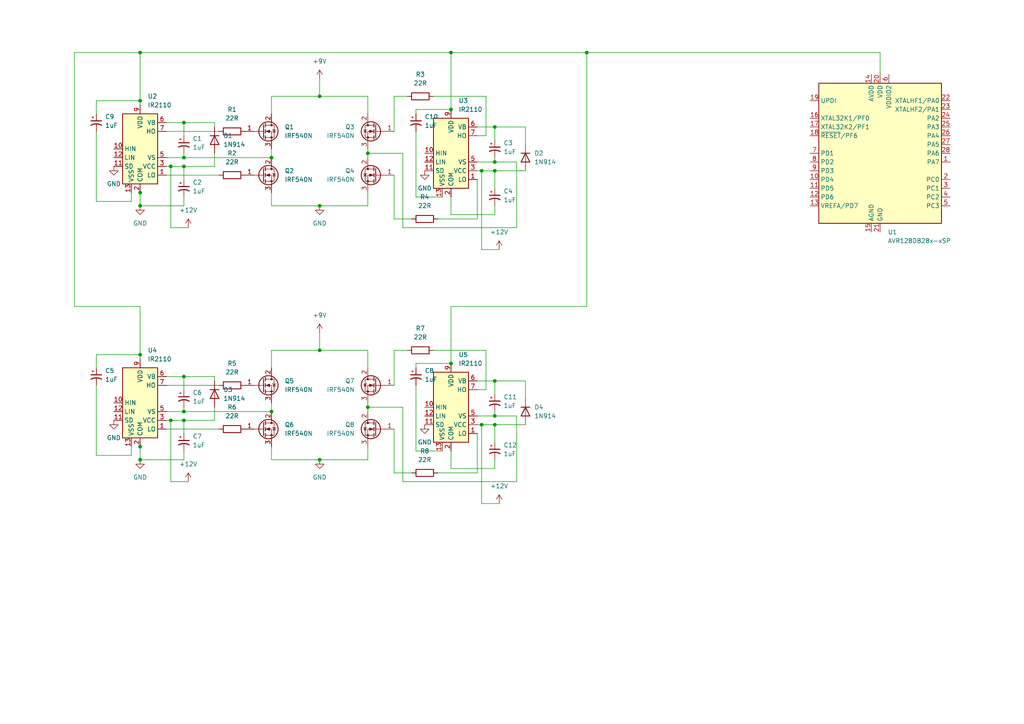
<source format=kicad_sch>
(kicad_sch (version 20230121) (generator eeschema)
  (paper "A4")
  (lib_symbols
    (symbol "Device:C_Polarized_Small_US" (pin_numbers hide) (pin_names (offset 0.254) hide)
      (property "Reference" "C" (at 0.254 1.778 0))
      (property "Value" "C_Polarized_Small_US" (at 0.254 -2.032 0))
      (symbol "C_Polarized_Small_US_0_1"
        (polyline (pts (xy -1.524 0.508) (xy 1.524 0.508)) (stroke (width 0.3048)))
        (polyline (pts (xy -1.27 1.524) (xy -0.762 1.524)))
        (polyline (pts (xy -1.016 1.27) (xy -1.016 1.778)))
        (arc (start 1.524 -0.762) (mid 0 -0.3734) (end -1.524 -0.762) (stroke (width 0.3048)))
      )
      (symbol "C_Polarized_Small_US_1_1"
        (pin passive line (at 0 2.54 270) (length 2.032) (name "~") (number "1"))
        (pin passive line (at 0 -2.54 90) (length 2.032) (name "~") (number "2"))
      )
    )
    (symbol "Device:R" (pin_numbers hide) (pin_names (offset 0))
      (property "Reference" "R" (at 2.032 0 90))
      (property "Value" "R" (at 0 0 90))
      (symbol "R_0_1"
        (rectangle (start -1.016 -2.54) (end 1.016 2.54) (stroke (width 0.254)))
      )
      (symbol "R_1_1"
        (pin passive line (at 0 3.81 270) (length 1.27) (name "~") (number "1"))
        (pin passive line (at 0 -3.81 90) (length 1.27) (name "~") (number "2"))
      )
    )
    (symbol "Diode:1N914" (pin_numbers hide) (pin_names hide)
      (property "Reference" "D" (at 0 2.54 0))
      (property "Value" "1N914" (at 0 -2.54 0))
      (symbol "1N914_0_1"
        (polyline (pts (xy -1.27 1.27) (xy -1.27 -1.27)) (stroke (width 0.254)))
        (polyline (pts (xy 1.27 0) (xy -1.27 0)))
        (polyline (pts (xy 1.27 1.27) (xy 1.27 -1.27) (xy -1.27 0) (xy 1.27 1.27)) (stroke (width 0.254)))
      )
      (symbol "1N914_1_1"
        (pin passive line (at -3.81 0 0) (length 2.54) (name "K") (number "1"))
        (pin passive line (at 3.81 0 180) (length 2.54) (name "A") (number "2"))
      )
    )
    (symbol "Driver_FET:IR2110"
      (property "Reference" "U" (at 1.27 13.335 0))
      (property "Value" "IR2110" (at 1.27 11.43 0))
      (symbol "IR2110_0_1"
        (rectangle (start -5.08 -10.16) (end 5.08 10.16) (stroke (width 0.254)) (fill (type background)))
      )
      (symbol "IR2110_1_1"
        (pin output line (at 7.62 -7.62 180) (length 2.54) (name "LO") (number "1"))
        (pin input line (at -7.62 0 0) (length 2.54) (name "HIN") (number "10"))
        (pin input line (at -7.62 -5.08 0) (length 2.54) (name "SD") (number "11"))
        (pin input line (at -7.62 -2.54 0) (length 2.54) (name "LIN") (number "12"))
        (pin power_in line (at -2.54 -12.7 90) (length 2.54) (name "VSS") (number "13"))
        (pin no_connect line (at -5.08 2.54 0) (length 2.54) hide (name "NC") (number "14"))
        (pin power_in line (at 0 -12.7 90) (length 2.54) (name "COM") (number "2"))
        (pin power_in line (at 7.62 -5.08 180) (length 2.54) (name "VCC") (number "3"))
        (pin no_connect line (at -5.08 7.62 0) (length 2.54) hide (name "NC") (number "4"))
        (pin passive line (at 7.62 -2.54 180) (length 2.54) (name "VS") (number "5"))
        (pin passive line (at 7.62 7.62 180) (length 2.54) (name "VB") (number "6"))
        (pin output line (at 7.62 5.08 180) (length 2.54) (name "HO") (number "7"))
        (pin no_connect line (at -5.08 5.08 0) (length 2.54) hide (name "NC") (number "8"))
        (pin power_in line (at 0 12.7 270) (length 2.54) (name "VDD") (number "9"))
      )
    )
    (symbol "MCU_Microchip_AVR_Dx:AVR128DB28x-xSP"
      (property "Reference" "U" (at -17.78 21.59 0))
      (property "Value" "AVR128DB28x-xSP" (at 2.54 -21.59 0))
      (symbol "AVR128DB28x-xSP_0_1"
        (rectangle (start -17.78 20.32) (end 17.78 -20.32) (stroke (width 0.254)) (fill (type background)))
      )
      (symbol "AVR128DB28x-xSP_1_1"
        (pin bidirectional line (at 20.32 -2.54 180) (length 2.54) (name "PA7") (number "1"))
        (pin bidirectional line (at -20.32 -7.62 0) (length 2.54) (name "PD4") (number "10"))
        (pin bidirectional line (at -20.32 -10.16 0) (length 2.54) (name "PD5") (number "11"))
        (pin bidirectional line (at -20.32 -12.7 0) (length 2.54) (name "PD6") (number "12"))
        (pin bidirectional line (at -20.32 -15.24 0) (length 2.54) (name "VREFA/PD7") (number "13"))
        (pin power_in line (at -2.54 22.86 270) (length 2.54) (name "AVDD") (number "14"))
        (pin power_in line (at -2.54 -22.86 90) (length 2.54) (name "AGND") (number "15"))
        (pin bidirectional line (at -20.32 10.16 0) (length 2.54) (name "XTAL32K1/PF0") (number "16"))
        (pin bidirectional line (at -20.32 7.62 0) (length 2.54) (name "XTAL32K2/PF1") (number "17"))
        (pin bidirectional line (at -20.32 5.08 0) (length 2.54) (name "~{RESET}/PF6") (number "18"))
        (pin input line (at -20.32 15.24 0) (length 2.54) (name "UPDI") (number "19"))
        (pin bidirectional line (at 20.32 -7.62 180) (length 2.54) (name "PC0") (number "2"))
        (pin power_in line (at 0 22.86 270) (length 2.54) (name "VDD") (number "20"))
        (pin power_in line (at 0 -22.86 90) (length 2.54) (name "GND") (number "21"))
        (pin bidirectional line (at 20.32 15.24 180) (length 2.54) (name "XTALHF1/PA0") (number "22"))
        (pin bidirectional line (at 20.32 12.7 180) (length 2.54) (name "XTALHF2/PA1") (number "23"))
        (pin bidirectional line (at 20.32 10.16 180) (length 2.54) (name "PA2") (number "24"))
        (pin bidirectional line (at 20.32 7.62 180) (length 2.54) (name "PA3") (number "25"))
        (pin bidirectional line (at 20.32 5.08 180) (length 2.54) (name "PA4") (number "26"))
        (pin bidirectional line (at 20.32 2.54 180) (length 2.54) (name "PA5") (number "27"))
        (pin bidirectional line (at 20.32 0 180) (length 2.54) (name "PA6") (number "28"))
        (pin bidirectional line (at 20.32 -10.16 180) (length 2.54) (name "PC1") (number "3"))
        (pin bidirectional line (at 20.32 -12.7 180) (length 2.54) (name "PC2") (number "4"))
        (pin bidirectional line (at 20.32 -15.24 180) (length 2.54) (name "PC3") (number "5"))
        (pin power_in line (at 2.54 22.86 270) (length 2.54) (name "VDDIO2") (number "6"))
        (pin bidirectional line (at -20.32 0 0) (length 2.54) (name "PD1") (number "7"))
        (pin bidirectional line (at -20.32 -2.54 0) (length 2.54) (name "PD2") (number "8"))
        (pin bidirectional line (at -20.32 -5.08 0) (length 2.54) (name "PD3") (number "9"))
      )
    )
    (symbol "Transistor_FET:IRF540N" (pin_names hide)
      (property "Reference" "Q" (at 5.08 1.905 0))
      (property "Value" "IRF540N" (at 5.08 0 0))
      (symbol "IRF540N_0_1"
        (polyline (pts (xy 0.254 0) (xy -2.54 0)))
        (polyline (pts (xy 0.254 1.905) (xy 0.254 -1.905)) (stroke (width 0.254)))
        (polyline (pts (xy 0.762 -1.27) (xy 0.762 -2.286)) (stroke (width 0.254)))
        (polyline (pts (xy 0.762 0.508) (xy 0.762 -0.508)) (stroke (width 0.254)))
        (polyline (pts (xy 0.762 2.286) (xy 0.762 1.27)) (stroke (width 0.254)))
        (polyline (pts (xy 2.54 2.54) (xy 2.54 1.778)))
        (polyline (pts (xy 2.54 -2.54) (xy 2.54 0) (xy 0.762 0)))
        (polyline (pts (xy 0.762 -1.778) (xy 3.302 -1.778) (xy 3.302 1.778) (xy 0.762 1.778)))
        (polyline (pts (xy 1.016 0) (xy 2.032 0.381) (xy 2.032 -0.381) (xy 1.016 0)) (fill (type outline)))
        (polyline (pts (xy 2.794 0.508) (xy 2.921 0.381) (xy 3.683 0.381) (xy 3.81 0.254)))
        (polyline (pts (xy 3.302 0.381) (xy 2.921 -0.254) (xy 3.683 -0.254) (xy 3.302 0.381)))
        (circle (center 1.651 0) (radius 2.794) (stroke (width 0.254)))
        (circle (center 2.54 -1.778) (radius 0.254) (fill (type outline)))
        (circle (center 2.54 1.778) (radius 0.254) (fill (type outline)))
      )
      (symbol "IRF540N_1_1"
        (pin input line (at -5.08 0 0) (length 2.54) (name "G") (number "1"))
        (pin passive line (at 2.54 5.08 270) (length 2.54) (name "D") (number "2"))
        (pin passive line (at 2.54 -5.08 90) (length 2.54) (name "S") (number "3"))
      )
    )
    (symbol "power:+12V" (power) (pin_names (offset 0))
      (property "Value" "+12V" (at 0 3.556 0))
      (symbol "+12V_0_1"
        (polyline (pts (xy -0.762 1.27) (xy 0 2.54)))
        (polyline (pts (xy 0 0) (xy 0 2.54)))
        (polyline (pts (xy 0 2.54) (xy 0.762 1.27)))
      )
      (symbol "+12V_1_1"
        (pin power_in line (at 0 0 90) (length 0) hide (name "+12V") (number "1"))
      )
    )
    (symbol "power:+9V" (power) (pin_names (offset 0))
      (property "Value" "+9V" (at 0 3.556 0))
      (symbol "+9V_0_1"
        (polyline (pts (xy -0.762 1.27) (xy 0 2.54)))
        (polyline (pts (xy 0 0) (xy 0 2.54)))
        (polyline (pts (xy 0 2.54) (xy 0.762 1.27)))
      )
      (symbol "+9V_1_1"
        (pin power_in line (at 0 0 90) (length 0) hide (name "+9V") (number "1"))
      )
    )
    (symbol "power:GND" (power) (pin_names (offset 0))
      (property "Value" "GND" (at 0 -3.81 0))
      (symbol "GND_0_1"
        (polyline (pts (xy 0 0) (xy 0 -1.27) (xy 1.27 -1.27) (xy 0 -2.54) (xy -1.27 -1.27) (xy 0 -1.27)))
      )
      (symbol "GND_1_1"
        (pin power_in line (at 0 0 270) (length 0) hide (name "GND") (number "1"))
      )
    )
  )
  (junction (at 170.18 15.24))
  (junction (at 49.53 48.26))
  (junction (at 92.71 27.94))
  (junction (at 143.51 110.49))
  (junction (at 130.81 105.41))
  (junction (at 92.71 101.6))
  (junction (at 139.7 49.53))
  (junction (at 49.53 121.92))
  (junction (at 92.71 133.35))
  (junction (at 40.64 59.69))
  (junction (at 40.64 15.24))
  (junction (at 53.34 35.56))
  (junction (at 40.64 55.88))
  (junction (at 92.71 59.69))
  (junction (at 143.51 120.65))
  (junction (at 40.64 133.35))
  (junction (at 143.51 46.99))
  (junction (at 53.34 109.22))
  (junction (at 40.64 129.54))
  (junction (at 40.64 102.87))
  (junction (at 53.34 45.72))
  (junction (at 139.7 123.19))
  (junction (at 53.34 121.92))
  (junction (at 53.34 119.38))
  (junction (at 143.51 49.53))
  (junction (at 53.34 48.26))
  (junction (at 143.51 123.19))
  (junction (at 40.64 29.21))
  (junction (at 130.81 15.24))
  (junction (at 78.74 119.38))
  (junction (at 78.74 45.72))
  (junction (at 130.81 31.75))
  (junction (at 106.68 118.11))
  (junction (at 106.68 44.45))
  (junction (at 143.51 36.83))
  (wire (pts (xy 40.64 55.88) (xy 40.64 59.69)))
  (wire (pts (xy 114.3 137.16) (xy 119.38 137.16)))
  (wire (pts (xy 149.86 66.04) (xy 116.84 66.04)))
  (wire (pts (xy 106.68 59.69) (xy 106.68 55.88)))
  (wire (pts (xy 49.53 48.26) (xy 49.53 66.04)))
  (wire (pts (xy 92.71 22.86) (xy 92.71 27.94)))
  (wire (pts (xy 114.3 124.46) (xy 114.3 137.16)))
  (wire (pts (xy 78.74 101.6) (xy 92.71 101.6)))
  (wire (pts (xy 143.51 36.83) (xy 152.4 36.83)))
  (wire (pts (xy 138.43 113.03) (xy 140.97 113.03)))
  (wire (pts (xy 78.74 116.84) (xy 78.74 119.38)))
  (wire (pts (xy 48.26 48.26) (xy 49.53 48.26)))
  (wire (pts (xy 21.59 15.24) (xy 21.59 88.9)))
  (wire (pts (xy 53.34 119.38) (xy 78.74 119.38)))
  (wire (pts (xy 114.3 63.5) (xy 119.38 63.5)))
  (wire (pts (xy 143.51 40.64) (xy 143.51 36.83)))
  (wire (pts (xy 140.97 39.37) (xy 140.97 27.94)))
  (wire (pts (xy 116.84 139.7) (xy 116.84 118.11)))
  (wire (pts (xy 143.51 110.49) (xy 152.4 110.49)))
  (wire (pts (xy 53.34 125.73) (xy 53.34 121.92)))
  (wire (pts (xy 138.43 120.65) (xy 143.51 120.65)))
  (wire (pts (xy 53.34 45.72) (xy 78.74 45.72)))
  (wire (pts (xy 120.65 38.1) (xy 120.65 57.15)))
  (wire (pts (xy 78.74 55.88) (xy 78.74 59.69)))
  (wire (pts (xy 138.43 49.53) (xy 139.7 49.53)))
  (wire (pts (xy 152.4 41.91) (xy 152.4 36.83)))
  (wire (pts (xy 53.34 39.37) (xy 53.34 35.56)))
  (wire (pts (xy 92.71 59.69) (xy 106.68 59.69)))
  (wire (pts (xy 138.43 36.83) (xy 143.51 36.83)))
  (wire (pts (xy 130.81 88.9) (xy 130.81 105.41)))
  (wire (pts (xy 114.3 27.94) (xy 118.11 27.94)))
  (wire (pts (xy 116.84 118.11) (xy 106.68 118.11)))
  (wire (pts (xy 130.81 105.41) (xy 120.65 105.41)))
  (wire (pts (xy 40.64 128.27) (xy 40.64 129.54)))
  (wire (pts (xy 106.68 116.84) (xy 106.68 118.11)))
  (wire (pts (xy 27.94 58.42) (xy 38.1 58.42)))
  (wire (pts (xy 114.3 50.8) (xy 114.3 63.5)))
  (wire (pts (xy 92.71 133.35) (xy 106.68 133.35)))
  (wire (pts (xy 78.74 129.54) (xy 78.74 133.35)))
  (wire (pts (xy 40.64 102.87) (xy 40.64 104.14)))
  (wire (pts (xy 130.81 15.24) (xy 130.81 31.75)))
  (wire (pts (xy 106.68 101.6) (xy 106.68 106.68)))
  (wire (pts (xy 92.71 27.94) (xy 106.68 27.94)))
  (wire (pts (xy 48.26 111.76) (xy 63.5 111.76)))
  (wire (pts (xy 143.51 123.19) (xy 152.4 123.19)))
  (wire (pts (xy 138.43 52.07) (xy 138.43 63.5)))
  (wire (pts (xy 138.43 39.37) (xy 140.97 39.37)))
  (wire (pts (xy 138.43 125.73) (xy 138.43 137.16)))
  (wire (pts (xy 49.53 48.26) (xy 53.34 48.26)))
  (wire (pts (xy 130.81 31.75) (xy 120.65 31.75)))
  (wire (pts (xy 106.68 133.35) (xy 106.68 129.54)))
  (wire (pts (xy 38.1 55.88) (xy 38.1 58.42)))
  (wire (pts (xy 152.4 115.57) (xy 152.4 110.49)))
  (wire (pts (xy 48.26 35.56) (xy 53.34 35.56)))
  (wire (pts (xy 143.51 45.72) (xy 143.51 46.99)))
  (wire (pts (xy 53.34 118.11) (xy 53.34 119.38)))
  (wire (pts (xy 27.94 102.87) (xy 27.94 106.68)))
  (wire (pts (xy 114.3 27.94) (xy 114.3 38.1)))
  (wire (pts (xy 53.34 57.15) (xy 53.34 59.69)))
  (wire (pts (xy 62.23 36.83) (xy 62.23 35.56)))
  (wire (pts (xy 138.43 110.49) (xy 143.51 110.49)))
  (wire (pts (xy 106.68 43.18) (xy 106.68 44.45)))
  (wire (pts (xy 53.34 121.92) (xy 62.23 121.92)))
  (wire (pts (xy 139.7 123.19) (xy 139.7 146.05)))
  (wire (pts (xy 127 63.5) (xy 138.43 63.5)))
  (wire (pts (xy 48.26 109.22) (xy 53.34 109.22)))
  (wire (pts (xy 27.94 111.76) (xy 27.94 132.08)))
  (wire (pts (xy 114.3 101.6) (xy 118.11 101.6)))
  (wire (pts (xy 92.71 96.52) (xy 92.71 101.6)))
  (wire (pts (xy 53.34 109.22) (xy 62.23 109.22)))
  (wire (pts (xy 40.64 15.24) (xy 130.81 15.24)))
  (wire (pts (xy 49.53 121.92) (xy 53.34 121.92)))
  (wire (pts (xy 139.7 72.39) (xy 144.78 72.39)))
  (wire (pts (xy 139.7 123.19) (xy 143.51 123.19)))
  (wire (pts (xy 62.23 110.49) (xy 62.23 109.22)))
  (wire (pts (xy 40.64 88.9) (xy 40.64 102.87)))
  (wire (pts (xy 170.18 15.24) (xy 170.18 88.9)))
  (wire (pts (xy 27.94 132.08) (xy 38.1 132.08)))
  (wire (pts (xy 40.64 59.69) (xy 53.34 59.69)))
  (wire (pts (xy 116.84 44.45) (xy 106.68 44.45)))
  (wire (pts (xy 78.74 27.94) (xy 78.74 33.02)))
  (wire (pts (xy 116.84 66.04) (xy 116.84 44.45)))
  (wire (pts (xy 48.26 45.72) (xy 53.34 45.72)))
  (wire (pts (xy 49.53 66.04) (xy 54.61 66.04)))
  (wire (pts (xy 143.51 59.69) (xy 143.51 62.23)))
  (wire (pts (xy 120.65 105.41) (xy 120.65 106.68)))
  (wire (pts (xy 143.51 46.99) (xy 149.86 46.99)))
  (wire (pts (xy 143.51 120.65) (xy 149.86 120.65)))
  (wire (pts (xy 40.64 29.21) (xy 40.64 30.48)))
  (wire (pts (xy 53.34 44.45) (xy 53.34 45.72)))
  (wire (pts (xy 130.81 135.89) (xy 143.51 135.89)))
  (wire (pts (xy 130.81 15.24) (xy 170.18 15.24)))
  (wire (pts (xy 130.81 57.15) (xy 130.81 62.23)))
  (wire (pts (xy 27.94 29.21) (xy 27.94 33.02)))
  (wire (pts (xy 149.86 120.65) (xy 149.86 139.7)))
  (wire (pts (xy 106.68 118.11) (xy 106.68 119.38)))
  (wire (pts (xy 53.34 35.56) (xy 62.23 35.56)))
  (wire (pts (xy 53.34 48.26) (xy 62.23 48.26)))
  (wire (pts (xy 62.23 44.45) (xy 62.23 48.26)))
  (wire (pts (xy 114.3 101.6) (xy 114.3 111.76)))
  (wire (pts (xy 21.59 88.9) (xy 40.64 88.9)))
  (wire (pts (xy 149.86 139.7) (xy 116.84 139.7)))
  (wire (pts (xy 127 137.16) (xy 138.43 137.16)))
  (wire (pts (xy 27.94 38.1) (xy 27.94 58.42)))
  (wire (pts (xy 40.64 129.54) (xy 40.64 133.35)))
  (wire (pts (xy 53.34 113.03) (xy 53.34 109.22)))
  (wire (pts (xy 48.26 50.8) (xy 63.5 50.8)))
  (wire (pts (xy 49.53 121.92) (xy 49.53 139.7)))
  (wire (pts (xy 255.27 21.59) (xy 255.27 15.24)))
  (wire (pts (xy 40.64 102.87) (xy 27.94 102.87)))
  (wire (pts (xy 138.43 46.99) (xy 143.51 46.99)))
  (wire (pts (xy 120.65 57.15) (xy 128.27 57.15)))
  (wire (pts (xy 140.97 113.03) (xy 140.97 101.6)))
  (wire (pts (xy 170.18 15.24) (xy 255.27 15.24)))
  (wire (pts (xy 53.34 130.81) (xy 53.34 133.35)))
  (wire (pts (xy 143.51 114.3) (xy 143.51 110.49)))
  (wire (pts (xy 40.64 15.24) (xy 40.64 29.21)))
  (wire (pts (xy 170.18 88.9) (xy 130.81 88.9)))
  (wire (pts (xy 125.73 101.6) (xy 140.97 101.6)))
  (wire (pts (xy 125.73 27.94) (xy 140.97 27.94)))
  (wire (pts (xy 120.65 31.75) (xy 120.65 33.02)))
  (wire (pts (xy 40.64 54.61) (xy 40.64 55.88)))
  (wire (pts (xy 53.34 52.07) (xy 53.34 48.26)))
  (wire (pts (xy 106.68 27.94) (xy 106.68 33.02)))
  (wire (pts (xy 120.65 130.81) (xy 128.27 130.81)))
  (wire (pts (xy 78.74 101.6) (xy 78.74 106.68)))
  (wire (pts (xy 143.51 54.61) (xy 143.51 49.53)))
  (wire (pts (xy 40.64 133.35) (xy 53.34 133.35)))
  (wire (pts (xy 48.26 38.1) (xy 63.5 38.1)))
  (wire (pts (xy 139.7 49.53) (xy 143.51 49.53)))
  (wire (pts (xy 48.26 124.46) (xy 63.5 124.46)))
  (wire (pts (xy 139.7 146.05) (xy 144.78 146.05)))
  (wire (pts (xy 138.43 123.19) (xy 139.7 123.19)))
  (wire (pts (xy 78.74 133.35) (xy 92.71 133.35)))
  (wire (pts (xy 139.7 49.53) (xy 139.7 72.39)))
  (wire (pts (xy 62.23 118.11) (xy 62.23 121.92)))
  (wire (pts (xy 78.74 59.69) (xy 92.71 59.69)))
  (wire (pts (xy 106.68 44.45) (xy 106.68 45.72)))
  (wire (pts (xy 143.51 49.53) (xy 152.4 49.53)))
  (wire (pts (xy 49.53 139.7) (xy 54.61 139.7)))
  (wire (pts (xy 40.64 29.21) (xy 27.94 29.21)))
  (wire (pts (xy 48.26 119.38) (xy 53.34 119.38)))
  (wire (pts (xy 149.86 46.99) (xy 149.86 66.04)))
  (wire (pts (xy 21.59 15.24) (xy 40.64 15.24)))
  (wire (pts (xy 143.51 128.27) (xy 143.51 123.19)))
  (wire (pts (xy 143.51 133.35) (xy 143.51 135.89)))
  (wire (pts (xy 143.51 119.38) (xy 143.51 120.65)))
  (wire (pts (xy 130.81 62.23) (xy 143.51 62.23)))
  (wire (pts (xy 38.1 129.54) (xy 38.1 132.08)))
  (wire (pts (xy 120.65 111.76) (xy 120.65 130.81)))
  (wire (pts (xy 92.71 101.6) (xy 106.68 101.6)))
  (wire (pts (xy 78.74 27.94) (xy 92.71 27.94)))
  (wire (pts (xy 130.81 130.81) (xy 130.81 135.89)))
  (wire (pts (xy 78.74 43.18) (xy 78.74 45.72)))
  (wire (pts (xy 48.26 121.92) (xy 49.53 121.92)))
  (symbol (lib_id "Device:R") (at 67.31 50.8 270) (unit 1)
    (property "Reference" "R2" (at 67.31 44.45 90))
    (property "Value" "22R" (at 67.31 46.99 90))
    (property "Footprint" "Resistor_THT:R_Axial_DIN0204_L3.6mm_D1.6mm_P2.54mm_Vertical" (effects hide))
  )
  (symbol (lib_id "Driver_FET:IR2110") (at 130.81 44.45 0) (unit 1)
    (property "Reference" "U3" (at 133.0041 29.21 0) (effects (justify left)))
    (property "Value" "IR2110" (at 133.0041 31.75 0) (effects (justify left)))
    (property "Footprint" "Package_DIP:DIP-14_W7.62mm" (effects hide))
    (property "Datasheet" "https://www.infineon.com/dgdl/ir2110.pdf?fileId=5546d462533600a4015355c80333167e" (effects hide))
  )
  (symbol (lib_id "Device:R") (at 123.19 137.16 270) (unit 1)
    (property "Reference" "R8" (at 123.19 130.81 90))
    (property "Value" "22R" (at 123.19 133.35 90))
    (property "Footprint" "Resistor_THT:R_Axial_DIN0204_L3.6mm_D1.6mm_P2.54mm_Vertical" (effects hide))
  )
  (symbol (lib_id "power:GND") (at 33.02 121.92 0) (unit 1)
    (property "Reference" "#PWR07" (effects hide))
    (property "Value" "GND" (at 33.02 127 0))
  )
  (symbol (lib_id "power:+12V") (at 54.61 139.7 0) (unit 1)
    (property "Reference" "#PWR09" (effects hide))
    (property "Value" "+12V" (at 54.61 134.62 0))
  )
  (symbol (lib_id "Device:C_Polarized_Small_US") (at 120.65 109.22 0) (unit 1)
    (property "Reference" "C8" (at 123.19 107.5182 0) (effects (justify left)))
    (property "Value" "1uF" (at 123.19 110.0582 0) (effects (justify left)))
    (property "Footprint" "Resistor_THT:R_Axial_DIN0204_L3.6mm_D1.6mm_P2.54mm_Vertical" (effects hide))
  )
  (symbol (lib_id "Diode:1N914") (at 152.4 45.72 270) (unit 1)
    (property "Reference" "D2" (at 154.94 44.45 90) (effects (justify left)))
    (property "Value" "1N914" (at 154.94 46.99 90) (effects (justify left)))
    (property "Footprint" "Diode_THT:D_DO-35_SOD27_P7.62mm_Horizontal" (effects hide))
    (property "Datasheet" "http://www.vishay.com/docs/85622/1n914.pdf" (effects hide))
    (property "Sim.Device" "D" (effects hide))
    (property "Sim.Pins" "1=K 2=A" (effects hide))
  )
  (symbol (lib_id "power:GND") (at 123.19 123.19 0) (unit 1)
    (property "Reference" "#PWR013" (effects hide))
    (property "Value" "GND" (at 123.19 128.27 0))
  )
  (symbol (lib_id "Device:C_Polarized_Small_US") (at 143.51 116.84 0) (unit 1)
    (property "Reference" "C11" (at 146.05 115.1382 0) (effects (justify left)))
    (property "Value" "1uF" (at 146.05 117.6782 0) (effects (justify left)))
    (property "Footprint" "Resistor_THT:R_Axial_DIN0204_L3.6mm_D1.6mm_P2.54mm_Vertical" (effects hide))
  )
  (symbol (lib_id "Transistor_FET:IRF540N") (at 76.2 50.8 0) (unit 1)
    (property "Reference" "Q2" (at 82.55 49.53 0) (effects (justify left)))
    (property "Value" "IRF540N" (at 82.55 52.07 0) (effects (justify left)))
    (property "Footprint" "Package_TO_SOT_THT:TO-220-3_Vertical" (effects hide))
    (property "Datasheet" "http://www.irf.com/product-info/datasheets/data/irf540n.pdf" (effects hide))
  )
  (symbol (lib_id "Device:R") (at 121.92 101.6 270) (unit 1)
    (property "Reference" "R7" (at 121.92 95.25 90))
    (property "Value" "22R" (at 121.92 97.79 90))
    (property "Footprint" "Resistor_THT:R_Axial_DIN0204_L3.6mm_D1.6mm_P2.54mm_Vertical" (effects hide))
  )
  (symbol (lib_id "Device:R") (at 121.92 27.94 270) (unit 1)
    (property "Reference" "R3" (at 121.92 21.59 90))
    (property "Value" "22R" (at 121.92 24.13 90))
    (property "Footprint" "Resistor_THT:R_Axial_DIN0204_L3.6mm_D1.6mm_P2.54mm_Vertical" (effects hide))
  )
  (symbol (lib_id "power:+12V") (at 144.78 146.05 0) (unit 1)
    (property "Reference" "#PWR014" (effects hide))
    (property "Value" "+12V" (at 144.78 140.97 0))
  )
  (symbol (lib_id "Transistor_FET:IRF540N") (at 109.22 50.8 0) (mirror y) (unit 1)
    (property "Reference" "Q4" (at 102.87 49.53 0) (effects (justify left)))
    (property "Value" "IRF540N" (at 102.87 52.07 0) (effects (justify left)))
    (property "Footprint" "Package_TO_SOT_THT:TO-220-3_Vertical" (effects hide))
    (property "Datasheet" "http://www.irf.com/product-info/datasheets/data/irf540n.pdf" (effects hide))
  )
  (symbol (lib_id "MCU_Microchip_AVR_Dx:AVR128DB28x-xSP") (at 255.27 44.45 0) (unit 1)
    (property "Reference" "U1" (at 257.4641 67.31 0) (effects (justify left)))
    (property "Value" "AVR128DB28x-xSP" (at 257.4641 69.85 0) (effects (justify left)))
    (property "Footprint" "Package_DIP:DIP-28_W7.62mm" (effects hide))
    (property "Datasheet" "https://ww1.microchip.com/downloads/en/DeviceDoc/AVR128DB28-32-48-64-DataSheet-DS40002247A.pdf" (effects hide))
  )
  (symbol (lib_id "power:GND") (at 40.64 59.69 0) (unit 1)
    (property "Reference" "#PWR02" (effects hide))
    (property "Value" "GND" (at 40.64 64.77 0))
  )
  (symbol (lib_id "Driver_FET:IR2110") (at 40.64 43.18 0) (unit 1)
    (property "Reference" "U2" (at 42.8341 27.94 0) (effects (justify left)))
    (property "Value" "IR2110" (at 42.8341 30.48 0) (effects (justify left)))
    (property "Footprint" "Package_DIP:DIP-14_W7.62mm" (effects hide))
    (property "Datasheet" "https://www.infineon.com/dgdl/ir2110.pdf?fileId=5546d462533600a4015355c80333167e" (effects hide))
  )
  (symbol (lib_id "Device:R") (at 67.31 124.46 270) (unit 1)
    (property "Reference" "R6" (at 67.31 118.11 90))
    (property "Value" "22R" (at 67.31 120.65 90))
    (property "Footprint" "Resistor_THT:R_Axial_DIN0204_L3.6mm_D1.6mm_P2.54mm_Vertical" (effects hide))
  )
  (symbol (lib_id "Driver_FET:IR2110") (at 40.64 116.84 0) (unit 1)
    (property "Reference" "U4" (at 42.8341 101.6 0) (effects (justify left)))
    (property "Value" "IR2110" (at 42.8341 104.14 0) (effects (justify left)))
    (property "Footprint" "Package_DIP:DIP-14_W7.62mm" (effects hide))
    (property "Datasheet" "https://www.infineon.com/dgdl/ir2110.pdf?fileId=5546d462533600a4015355c80333167e" (effects hide))
  )
  (symbol (lib_id "Device:R") (at 67.31 111.76 270) (unit 1)
    (property "Reference" "R5" (at 67.31 105.41 90))
    (property "Value" "22R" (at 67.31 107.95 90))
    (property "Footprint" "Resistor_THT:R_Axial_DIN0204_L3.6mm_D1.6mm_P2.54mm_Vertical" (effects hide))
  )
  (symbol (lib_id "Device:C_Polarized_Small_US") (at 143.51 57.15 0) (unit 1)
    (property "Reference" "C4" (at 146.05 55.4482 0) (effects (justify left)))
    (property "Value" "1uF" (at 146.05 57.9882 0) (effects (justify left)))
    (property "Footprint" "Resistor_THT:R_Axial_DIN0204_L3.6mm_D1.6mm_P2.54mm_Vertical" (effects hide))
  )
  (symbol (lib_id "Transistor_FET:IRF540N") (at 76.2 38.1 0) (unit 1)
    (property "Reference" "Q1" (at 82.55 36.83 0) (effects (justify left)))
    (property "Value" "IRF540N" (at 82.55 39.37 0) (effects (justify left)))
    (property "Footprint" "Package_TO_SOT_THT:TO-220-3_Vertical" (effects hide))
    (property "Datasheet" "http://www.irf.com/product-info/datasheets/data/irf540n.pdf" (effects hide))
  )
  (symbol (lib_id "Device:C_Polarized_Small_US") (at 53.34 115.57 0) (unit 1)
    (property "Reference" "C6" (at 55.88 113.8682 0) (effects (justify left)))
    (property "Value" "1uF" (at 55.88 116.4082 0) (effects (justify left)))
    (property "Footprint" "Resistor_THT:R_Axial_DIN0204_L3.6mm_D1.6mm_P2.54mm_Vertical" (effects hide))
  )
  (symbol (lib_id "Device:C_Polarized_Small_US") (at 143.51 43.18 0) (unit 1)
    (property "Reference" "C3" (at 146.05 41.4782 0) (effects (justify left)))
    (property "Value" "1uF" (at 146.05 44.0182 0) (effects (justify left)))
    (property "Footprint" "Resistor_THT:R_Axial_DIN0204_L3.6mm_D1.6mm_P2.54mm_Vertical" (effects hide))
  )
  (symbol (lib_id "power:GND") (at 33.02 48.26 0) (unit 1)
    (property "Reference" "#PWR03" (effects hide))
    (property "Value" "GND" (at 33.02 53.34 0))
  )
  (symbol (lib_id "Transistor_FET:IRF540N") (at 76.2 124.46 0) (unit 1)
    (property "Reference" "Q6" (at 82.55 123.19 0) (effects (justify left)))
    (property "Value" "IRF540N" (at 82.55 125.73 0) (effects (justify left)))
    (property "Footprint" "Package_TO_SOT_THT:TO-220-3_Vertical" (effects hide))
    (property "Datasheet" "http://www.irf.com/product-info/datasheets/data/irf540n.pdf" (effects hide))
  )
  (symbol (lib_id "power:GND") (at 92.71 133.35 0) (unit 1)
    (property "Reference" "#PWR012" (effects hide))
    (property "Value" "GND" (at 92.71 138.43 0))
  )
  (symbol (lib_id "Device:C_Polarized_Small_US") (at 53.34 41.91 0) (unit 1)
    (property "Reference" "C1" (at 55.88 40.2082 0) (effects (justify left)))
    (property "Value" "1uF" (at 55.88 42.7482 0) (effects (justify left)))
    (property "Footprint" "Resistor_THT:R_Axial_DIN0204_L3.6mm_D1.6mm_P2.54mm_Vertical" (effects hide))
  )
  (symbol (lib_id "Device:C_Polarized_Small_US") (at 27.94 109.22 0) (unit 1)
    (property "Reference" "C5" (at 30.48 107.5182 0) (effects (justify left)))
    (property "Value" "1uF" (at 30.48 110.0582 0) (effects (justify left)))
    (property "Footprint" "Resistor_THT:R_Axial_DIN0204_L3.6mm_D1.6mm_P2.54mm_Vertical" (effects hide))
  )
  (symbol (lib_id "Device:C_Polarized_Small_US") (at 143.51 130.81 0) (unit 1)
    (property "Reference" "C12" (at 146.05 129.1082 0) (effects (justify left)))
    (property "Value" "1uF" (at 146.05 131.6482 0) (effects (justify left)))
    (property "Footprint" "Resistor_THT:R_Axial_DIN0204_L3.6mm_D1.6mm_P2.54mm_Vertical" (effects hide))
  )
  (symbol (lib_id "power:GND") (at 92.71 59.69 0) (unit 1)
    (property "Reference" "#PWR04" (effects hide))
    (property "Value" "GND" (at 92.71 64.77 0))
  )
  (symbol (lib_id "Transistor_FET:IRF540N") (at 109.22 111.76 0) (mirror y) (unit 1)
    (property "Reference" "Q7" (at 102.87 110.49 0) (effects (justify left)))
    (property "Value" "IRF540N" (at 102.87 113.03 0) (effects (justify left)))
    (property "Footprint" "Package_TO_SOT_THT:TO-220-3_Vertical" (effects hide))
    (property "Datasheet" "http://www.irf.com/product-info/datasheets/data/irf540n.pdf" (effects hide))
  )
  (symbol (lib_id "Diode:1N914") (at 152.4 119.38 270) (unit 1)
    (property "Reference" "D4" (at 154.94 118.11 90) (effects (justify left)))
    (property "Value" "1N914" (at 154.94 120.65 90) (effects (justify left)))
    (property "Footprint" "Diode_THT:D_DO-35_SOD27_P7.62mm_Horizontal" (effects hide))
    (property "Datasheet" "http://www.vishay.com/docs/85622/1n914.pdf" (effects hide))
    (property "Sim.Device" "D" (effects hide))
    (property "Sim.Pins" "1=K 2=A" (effects hide))
  )
  (symbol (lib_id "Device:C_Polarized_Small_US") (at 53.34 128.27 0) (unit 1)
    (property "Reference" "C7" (at 55.88 126.5682 0) (effects (justify left)))
    (property "Value" "1uF" (at 55.88 129.1082 0) (effects (justify left)))
    (property "Footprint" "Resistor_THT:R_Axial_DIN0204_L3.6mm_D1.6mm_P2.54mm_Vertical" (effects hide))
  )
  (symbol (lib_id "Transistor_FET:IRF540N") (at 109.22 124.46 0) (mirror y) (unit 1)
    (property "Reference" "Q8" (at 102.87 123.19 0) (effects (justify left)))
    (property "Value" "IRF540N" (at 102.87 125.73 0) (effects (justify left)))
    (property "Footprint" "Package_TO_SOT_THT:TO-220-3_Vertical" (effects hide))
    (property "Datasheet" "http://www.irf.com/product-info/datasheets/data/irf540n.pdf" (effects hide))
  )
  (symbol (lib_id "power:GND") (at 40.64 133.35 0) (unit 1)
    (property "Reference" "#PWR08" (effects hide))
    (property "Value" "GND" (at 40.64 138.43 0))
  )
  (symbol (lib_id "Device:C_Polarized_Small_US") (at 27.94 35.56 0) (unit 1)
    (property "Reference" "C9" (at 30.48 33.8582 0) (effects (justify left)))
    (property "Value" "1uF" (at 30.48 36.3982 0) (effects (justify left)))
    (property "Footprint" "Resistor_THT:R_Axial_DIN0204_L3.6mm_D1.6mm_P2.54mm_Vertical" (effects hide))
  )
  (symbol (lib_id "Device:R") (at 67.31 38.1 270) (unit 1)
    (property "Reference" "R1" (at 67.31 31.75 90))
    (property "Value" "22R" (at 67.31 34.29 90))
    (property "Footprint" "Resistor_THT:R_Axial_DIN0204_L3.6mm_D1.6mm_P2.54mm_Vertical" (effects hide))
  )
  (symbol (lib_id "power:+9V") (at 92.71 96.52 0) (unit 1)
    (property "Reference" "#PWR010" (effects hide))
    (property "Value" "+9V" (at 92.71 91.44 0))
  )
  (symbol (lib_id "Device:R") (at 123.19 63.5 270) (unit 1)
    (property "Reference" "R4" (at 123.19 57.15 90))
    (property "Value" "22R" (at 123.19 59.69 90))
    (property "Footprint" "Resistor_THT:R_Axial_DIN0204_L3.6mm_D1.6mm_P2.54mm_Vertical" (effects hide))
  )
  (symbol (lib_id "Diode:1N914") (at 62.23 40.64 270) (unit 1)
    (property "Reference" "D1" (at 64.77 39.37 90) (effects (justify left)))
    (property "Value" "1N914" (at 64.77 41.91 90) (effects (justify left)))
    (property "Footprint" "Diode_THT:D_DO-35_SOD27_P7.62mm_Horizontal" (effects hide))
    (property "Datasheet" "http://www.vishay.com/docs/85622/1n914.pdf" (effects hide))
    (property "Sim.Device" "D" (effects hide))
    (property "Sim.Pins" "1=K 2=A" (effects hide))
  )
  (symbol (lib_id "Diode:1N914") (at 62.23 114.3 270) (unit 1)
    (property "Reference" "D3" (at 64.77 113.03 90) (effects (justify left)))
    (property "Value" "1N914" (at 64.77 115.57 90) (effects (justify left)))
    (property "Footprint" "Diode_THT:D_DO-35_SOD27_P7.62mm_Horizontal" (effects hide))
    (property "Datasheet" "http://www.vishay.com/docs/85622/1n914.pdf" (effects hide))
    (property "Sim.Device" "D" (effects hide))
    (property "Sim.Pins" "1=K 2=A" (effects hide))
  )
  (symbol (lib_id "power:GND") (at 123.19 49.53 0) (unit 1)
    (property "Reference" "#PWR05" (effects hide))
    (property "Value" "GND" (at 123.19 54.61 0))
  )
  (symbol (lib_id "Device:C_Polarized_Small_US") (at 120.65 35.56 0) (unit 1)
    (property "Reference" "C10" (at 123.19 33.8582 0) (effects (justify left)))
    (property "Value" "1uF" (at 123.19 36.3982 0) (effects (justify left)))
    (property "Footprint" "Resistor_THT:R_Axial_DIN0204_L3.6mm_D1.6mm_P2.54mm_Vertical" (effects hide))
  )
  (symbol (lib_id "power:+12V") (at 144.78 72.39 0) (unit 1)
    (property "Reference" "#PWR06" (effects hide))
    (property "Value" "+12V" (at 144.78 67.31 0))
  )
  (symbol (lib_id "Device:C_Polarized_Small_US") (at 53.34 54.61 0) (unit 1)
    (property "Reference" "C2" (at 55.88 52.9082 0) (effects (justify left)))
    (property "Value" "1uF" (at 55.88 55.4482 0) (effects (justify left)))
    (property "Footprint" "Resistor_THT:R_Axial_DIN0204_L3.6mm_D1.6mm_P2.54mm_Vertical" (effects hide))
  )
  (symbol (lib_id "power:+9V") (at 92.71 22.86 0) (unit 1)
    (property "Reference" "#PWR01" (effects hide))
    (property "Value" "+9V" (at 92.71 17.78 0))
  )
  (symbol (lib_id "power:+12V") (at 54.61 66.04 0) (unit 1)
    (property "Reference" "#PWR011" (effects hide))
    (property "Value" "+12V" (at 54.61 60.96 0))
  )
  (symbol (lib_id "Transistor_FET:IRF540N") (at 76.2 111.76 0) (unit 1)
    (property "Reference" "Q5" (at 82.55 110.49 0) (effects (justify left)))
    (property "Value" "IRF540N" (at 82.55 113.03 0) (effects (justify left)))
    (property "Footprint" "Package_TO_SOT_THT:TO-220-3_Vertical" (effects hide))
    (property "Datasheet" "http://www.irf.com/product-info/datasheets/data/irf540n.pdf" (effects hide))
  )
  (symbol (lib_id "Driver_FET:IR2110") (at 130.81 118.11 0) (unit 1)
    (property "Reference" "U5" (at 133.0041 102.87 0) (effects (justify left)))
    (property "Value" "IR2110" (at 133.0041 105.41 0) (effects (justify left)))
    (property "Footprint" "Package_DIP:DIP-14_W7.62mm" (effects hide))
    (property "Datasheet" "https://www.infineon.com/dgdl/ir2110.pdf?fileId=5546d462533600a4015355c80333167e" (effects hide))
  )
  (symbol (lib_id "Transistor_FET:IRF540N") (at 109.22 38.1 0) (mirror y) (unit 1)
    (property "Reference" "Q3" (at 102.87 36.83 0) (effects (justify left)))
    (property "Value" "IRF540N" (at 102.87 39.37 0) (effects (justify left)))
    (property "Footprint" "Package_TO_SOT_THT:TO-220-3_Vertical" (effects hide))
    (property "Datasheet" "http://www.irf.com/product-info/datasheets/data/irf540n.pdf" (effects hide))
  )
)
</source>
